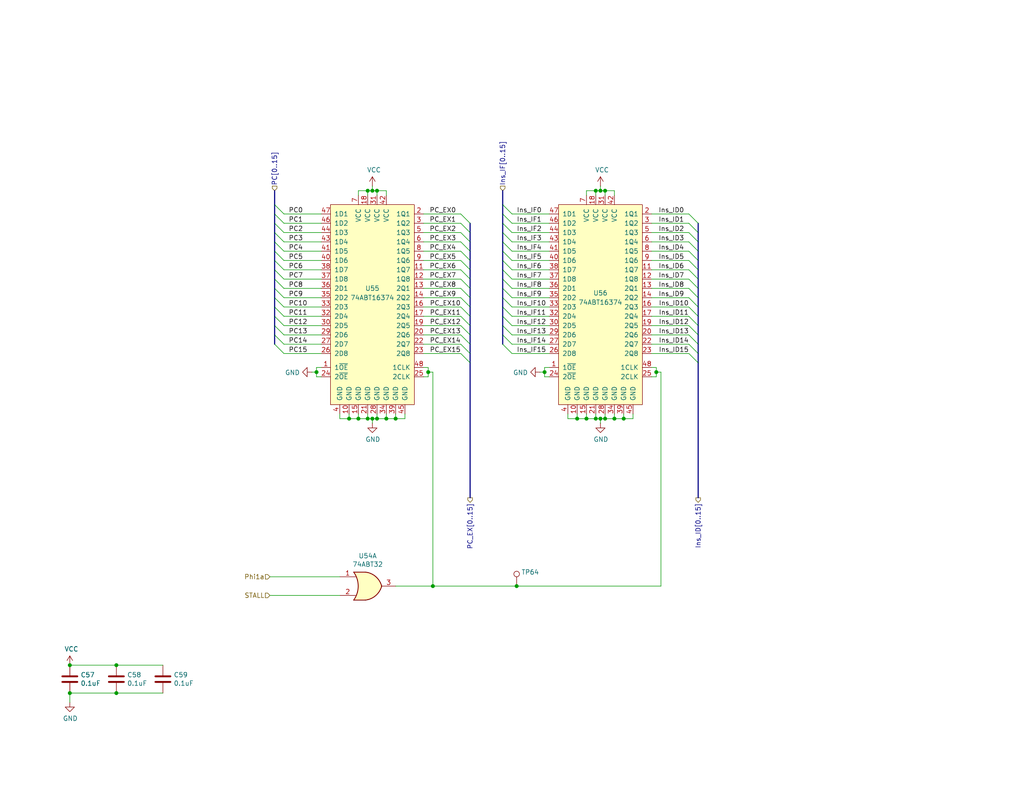
<source format=kicad_sch>
(kicad_sch (version 20250114) (generator "eeschema") (generator_version "9.0")
  (paper "USLetter")
  (title_block (title "IF/ID") (date "2025-07-01") (rev "A") (comment 4 "Interstage pipeline registers between IF and ID"))
  (lib_symbols
    (symbol "Connector:TestPoint" (pin_numbers (hide yes)) (pin_names (offset 0.762) (hide yes))
      (property "Reference" "TP" (at 0 6.858 0))
      (property "Value" "TestPoint" (at 0 5.08 0))
      (symbol "TestPoint_0_1"
        (circle (center 0 3.302) (radius 0.762))
      )
      (symbol "TestPoint_1_1"
        (pin passive line (at 0 0 90) (length 2.54) (name "1") (number "1"))
      )
    )
    (symbol "Device:C" (pin_numbers (hide yes)) (pin_names (offset 0.254))
      (property "Reference" "C" (at 0.635 2.54 0))
      (property "Value" "C" (at 0.635 -2.54 0))
      (symbol "C_0_1"
        (polyline (pts (xy -2.032 0.762) (xy 2.032 0.762)) (stroke (width 0.508)))
        (polyline (pts (xy -2.032 -0.762) (xy 2.032 -0.762)) (stroke (width 0.508)))
      )
      (symbol "C_1_1"
        (pin passive line (at 0 3.81 270) (length 2.794) (name "~") (number "1"))
        (pin passive line (at 0 -3.81 90) (length 2.794) (name "~") (number "2"))
      )
    )
    (symbol "Turtle16:74ABT16374" (pin_names (offset 1.016))
      (symbol "74ABT16374_0_0"
        (pin input line (at -13.97 21.59 0) (length 2.54) (name "1D1") (number "47"))
        (pin input line (at -13.97 19.05 0) (length 2.54) (name "1D2") (number "46"))
        (pin input line (at -13.97 16.51 0) (length 2.54) (name "1D3") (number "44"))
        (pin input line (at -13.97 13.97 0) (length 2.54) (name "1D4") (number "43"))
        (pin input line (at -13.97 11.43 0) (length 2.54) (name "1D5") (number "41"))
        (pin input line (at -13.97 8.89 0) (length 2.54) (name "1D6") (number "40"))
        (pin input line (at -13.97 6.35 0) (length 2.54) (name "1D7") (number "38"))
        (pin input line (at -13.97 3.81 0) (length 2.54) (name "1D8") (number "37"))
        (pin input line (at -13.97 1.27 0) (length 2.54) (name "2D1") (number "36"))
        (pin input line (at -13.97 -1.27 0) (length 2.54) (name "2D2") (number "35"))
        (pin input line (at -13.97 -3.81 0) (length 2.54) (name "2D3") (number "33"))
        (pin input line (at -13.97 -6.35 0) (length 2.54) (name "2D4") (number "32"))
        (pin input line (at -13.97 -8.89 0) (length 2.54) (name "2D5") (number "30"))
        (pin input line (at -13.97 -11.43 0) (length 2.54) (name "2D6") (number "29"))
        (pin input line (at -13.97 -13.97 0) (length 2.54) (name "2D7") (number "27"))
        (pin input line (at -13.97 -16.51 0) (length 2.54) (name "2D8") (number "26"))
        (pin input line (at -13.97 -20.32 0) (length 2.54) (name "1~{OE}") (number "1"))
        (pin input line (at -13.97 -22.86 0) (length 2.54) (name "2~{OE}") (number "24"))
        (pin power_in line (at -8.89 -33.02 90) (length 2.54) (name "GND") (number "4"))
        (pin power_in line (at -6.35 -33.02 90) (length 2.54) (name "GND") (number "10"))
        (pin power_in line (at -3.81 26.67 270) (length 2.54) (name "VCC") (number "7"))
        (pin power_in line (at -3.81 -33.02 90) (length 2.54) (name "GND") (number "15"))
        (pin power_in line (at -1.27 26.67 270) (length 2.54) (name "VCC") (number "18"))
        (pin power_in line (at -1.27 -33.02 90) (length 2.54) (name "GND") (number "21"))
        (pin power_in line (at 1.27 26.67 270) (length 2.54) (name "VCC") (number "31"))
        (pin power_in line (at 1.27 -33.02 90) (length 2.54) (name "GND") (number "28"))
        (pin power_in line (at 3.81 26.67 270) (length 2.54) (name "VCC") (number "42"))
        (pin power_in line (at 3.81 -33.02 90) (length 2.54) (name "GND") (number "34"))
        (pin power_in line (at 6.35 -33.02 90) (length 2.54) (name "GND") (number "39"))
        (pin power_in line (at 8.89 -33.02 90) (length 2.54) (name "GND") (number "45"))
        (pin tri_state line (at 13.97 21.59 180) (length 2.54) (name "1Q1") (number "2"))
        (pin tri_state line (at 13.97 19.05 180) (length 2.54) (name "1Q2") (number "3"))
        (pin tri_state line (at 13.97 16.51 180) (length 2.54) (name "1Q3") (number "5"))
        (pin tri_state line (at 13.97 13.97 180) (length 2.54) (name "1Q4") (number "6"))
        (pin tri_state line (at 13.97 11.43 180) (length 2.54) (name "1Q5") (number "8"))
        (pin tri_state line (at 13.97 8.89 180) (length 2.54) (name "1Q6") (number "9"))
        (pin tri_state line (at 13.97 6.35 180) (length 2.54) (name "1Q7") (number "11"))
        (pin tri_state line (at 13.97 3.81 180) (length 2.54) (name "1Q8") (number "12"))
        (pin tri_state line (at 13.97 1.27 180) (length 2.54) (name "2Q1") (number "13"))
        (pin tri_state line (at 13.97 -1.27 180) (length 2.54) (name "2Q2") (number "14"))
        (pin tri_state line (at 13.97 -3.81 180) (length 2.54) (name "2Q3") (number "16"))
        (pin tri_state line (at 13.97 -6.35 180) (length 2.54) (name "2Q4") (number "17"))
        (pin tri_state line (at 13.97 -8.89 180) (length 2.54) (name "2Q5") (number "19"))
        (pin tri_state line (at 13.97 -11.43 180) (length 2.54) (name "2Q6") (number "20"))
        (pin tri_state line (at 13.97 -13.97 180) (length 2.54) (name "2Q7") (number "22"))
        (pin tri_state line (at 13.97 -16.51 180) (length 2.54) (name "2Q8") (number "23"))
        (pin input line (at 13.97 -20.32 180) (length 2.54) (name "1CLK") (number "48"))
        (pin input line (at 13.97 -22.86 180) (length 2.54) (name "2CLK") (number "25"))
      )
      (symbol "74ABT16374_0_1"
        (rectangle (start -11.43 24.13) (end 11.43 -30.48) (fill (type background)))
      )
    )
    (symbol "Turtle16:74ABT32" (pin_names (offset 1.016))
      (property "Reference" "U" (at 0 1.27 0))
      (property "Value" "74ABT32" (at 0 -1.27 0))
      (symbol "74ABT32_1_1"
        (arc (start -3.81 3.81) (mid -2.589 0) (end -3.81 -3.81) (stroke (width 0.254)))
        (polyline (pts (xy -3.81 3.81) (xy -0.635 3.81)) (stroke (width 0.254)) (fill (type background)))
        (polyline (pts (xy -3.81 -3.81) (xy -0.635 -3.81)) (stroke (width 0.254)) (fill (type background)))
        (arc (start 3.81 0) (mid 2.1855 -2.584) (end -0.6096 -3.81) (stroke (width 0.254)) (fill (type background)))
        (arc (start -0.6096 3.81) (mid 2.1928 2.5924) (end 3.81 0) (stroke (width 0.254)) (fill (type background)))
        (polyline (pts (xy -0.635 3.81) (xy -3.81 3.81) (xy -3.81 3.81) (xy -3.556 3.4036) (xy -3.0226 2.2606) (xy -2.6924 1.0414) (xy -2.6162 -0.254) (xy -2.7686 -1.4986) (xy -3.175 -2.7178) (xy -3.81 -3.81) (xy -3.81 -3.81) (xy -0.635 -3.81)) (stroke (width -25.4)) (fill (type background)))
        (pin input line (at -7.62 2.54 0) (length 4.318) (name "~") (number "1"))
        (pin input line (at -7.62 -2.54 0) (length 4.318) (name "~") (number "2"))
        (pin output line (at 7.62 0 180) (length 3.81) (name "~") (number "3"))
      )
      (symbol "74ABT32_1_2"
        (arc (start 0 3.81) (mid 3.7934 0) (end 0 -3.81) (stroke (width 0.254)) (fill (type background)))
        (polyline (pts (xy 0 3.81) (xy -3.81 3.81) (xy -3.81 -3.81) (xy 0 -3.81)) (stroke (width 0.254)) (fill (type background)))
        (pin input inverted (at -7.62 2.54 0) (length 3.81) (name "~") (number "1"))
        (pin input inverted (at -7.62 -2.54 0) (length 3.81) (name "~") (number "2"))
        (pin output inverted (at 7.62 0 180) (length 3.81) (name "~") (number "3"))
      )
      (symbol "74ABT32_2_1"
        (arc (start -3.81 3.81) (mid -2.589 0) (end -3.81 -3.81) (stroke (width 0.254)))
        (polyline (pts (xy -3.81 3.81) (xy -0.635 3.81)) (stroke (width 0.254)) (fill (type background)))
        (polyline (pts (xy -3.81 -3.81) (xy -0.635 -3.81)) (stroke (width 0.254)) (fill (type background)))
        (arc (start 3.81 0) (mid 2.1855 -2.584) (end -0.6096 -3.81) (stroke (width 0.254)) (fill (type background)))
        (arc (start -0.6096 3.81) (mid 2.1928 2.5924) (end 3.81 0) (stroke (width 0.254)) (fill (type background)))
        (polyline (pts (xy -0.635 3.81) (xy -3.81 3.81) (xy -3.81 3.81) (xy -3.556 3.4036) (xy -3.0226 2.2606) (xy -2.6924 1.0414) (xy -2.6162 -0.254) (xy -2.7686 -1.4986) (xy -3.175 -2.7178) (xy -3.81 -3.81) (xy -3.81 -3.81) (xy -0.635 -3.81)) (stroke (width -25.4)) (fill (type background)))
        (pin input line (at -7.62 2.54 0) (length 4.318) (name "~") (number "4"))
        (pin input line (at -7.62 -2.54 0) (length 4.318) (name "~") (number "5"))
        (pin output line (at 7.62 0 180) (length 3.81) (name "~") (number "6"))
      )
      (symbol "74ABT32_2_2"
        (arc (start 0 3.81) (mid 3.7934 0) (end 0 -3.81) (stroke (width 0.254)) (fill (type background)))
        (polyline (pts (xy 0 3.81) (xy -3.81 3.81) (xy -3.81 -3.81) (xy 0 -3.81)) (stroke (width 0.254)) (fill (type background)))
        (pin input inverted (at -7.62 2.54 0) (length 3.81) (name "~") (number "4"))
        (pin input inverted (at -7.62 -2.54 0) (length 3.81) (name "~") (number "5"))
        (pin output inverted (at 7.62 0 180) (length 3.81) (name "~") (number "6"))
      )
      (symbol "74ABT32_3_1"
        (arc (start -3.81 3.81) (mid -2.589 0) (end -3.81 -3.81) (stroke (width 0.254)))
        (polyline (pts (xy -3.81 3.81) (xy -0.635 3.81)) (stroke (width 0.254)) (fill (type background)))
        (polyline (pts (xy -3.81 -3.81) (xy -0.635 -3.81)) (stroke (width 0.254)) (fill (type background)))
        (arc (start 3.81 0) (mid 2.1855 -2.584) (end -0.6096 -3.81) (stroke (width 0.254)) (fill (type background)))
        (arc (start -0.6096 3.81) (mid 2.1928 2.5924) (end 3.81 0) (stroke (width 0.254)) (fill (type background)))
        (polyline (pts (xy -0.635 3.81) (xy -3.81 3.81) (xy -3.81 3.81) (xy -3.556 3.4036) (xy -3.0226 2.2606) (xy -2.6924 1.0414) (xy -2.6162 -0.254) (xy -2.7686 -1.4986) (xy -3.175 -2.7178) (xy -3.81 -3.81) (xy -3.81 -3.81) (xy -0.635 -3.81)) (stroke (width -25.4)) (fill (type background)))
        (pin input line (at -7.62 2.54 0) (length 4.318) (name "~") (number "9"))
        (pin input line (at -7.62 -2.54 0) (length 4.318) (name "~") (number "10"))
        (pin output line (at 7.62 0 180) (length 3.81) (name "~") (number "8"))
      )
      (symbol "74ABT32_3_2"
        (arc (start 0 3.81) (mid 3.7934 0) (end 0 -3.81) (stroke (width 0.254)) (fill (type background)))
        (polyline (pts (xy 0 3.81) (xy -3.81 3.81) (xy -3.81 -3.81) (xy 0 -3.81)) (stroke (width 0.254)) (fill (type background)))
        (pin input inverted (at -7.62 2.54 0) (length 3.81) (name "~") (number "9"))
        (pin input inverted (at -7.62 -2.54 0) (length 3.81) (name "~") (number "10"))
        (pin output inverted (at 7.62 0 180) (length 3.81) (name "~") (number "8"))
      )
      (symbol "74ABT32_4_1"
        (arc (start -3.81 3.81) (mid -2.589 0) (end -3.81 -3.81) (stroke (width 0.254)))
        (polyline (pts (xy -3.81 3.81) (xy -0.635 3.81)) (stroke (width 0.254)) (fill (type background)))
        (polyline (pts (xy -3.81 -3.81) (xy -0.635 -3.81)) (stroke (width 0.254)) (fill (type background)))
        (arc (start 3.81 0) (mid 2.1855 -2.584) (end -0.6096 -3.81) (stroke (width 0.254)) (fill (type background)))
        (arc (start -0.6096 3.81) (mid 2.1928 2.5924) (end 3.81 0) (stroke (width 0.254)) (fill (type background)))
        (polyline (pts (xy -0.635 3.81) (xy -3.81 3.81) (xy -3.81 3.81) (xy -3.556 3.4036) (xy -3.0226 2.2606) (xy -2.6924 1.0414) (xy -2.6162 -0.254) (xy -2.7686 -1.4986) (xy -3.175 -2.7178) (xy -3.81 -3.81) (xy -3.81 -3.81) (xy -0.635 -3.81)) (stroke (width -25.4)) (fill (type background)))
        (pin input line (at -7.62 2.54 0) (length 4.318) (name "~") (number "12"))
        (pin input line (at -7.62 -2.54 0) (length 4.318) (name "~") (number "13"))
        (pin output line (at 7.62 0 180) (length 3.81) (name "~") (number "11"))
      )
      (symbol "74ABT32_4_2"
        (arc (start 0 3.81) (mid 3.7934 0) (end 0 -3.81) (stroke (width 0.254)) (fill (type background)))
        (polyline (pts (xy 0 3.81) (xy -3.81 3.81) (xy -3.81 -3.81) (xy 0 -3.81)) (stroke (width 0.254)) (fill (type background)))
        (pin input inverted (at -7.62 2.54 0) (length 3.81) (name "~") (number "12"))
        (pin input inverted (at -7.62 -2.54 0) (length 3.81) (name "~") (number "13"))
        (pin output inverted (at 7.62 0 180) (length 3.81) (name "~") (number "11"))
      )
      (symbol "74ABT32_5_0"
        (pin power_in line (at 0 12.7 270) (length 5.08) (name "VCC") (number "14"))
        (pin power_in line (at 0 -12.7 90) (length 5.08) (name "GND") (number "7"))
      )
      (symbol "74ABT32_5_1"
        (rectangle (start -5.08 7.62) (end 5.08 -7.62) (stroke (width 0.254)) (fill (type background)))
      )
    )
    (symbol "power:GND" (power) (pin_numbers (hide yes)) (pin_names (offset 0) (hide yes))
      (property "Value" "GND" (at 0 -3.81 0))
      (symbol "GND_0_1"
        (polyline (pts (xy 0 0) (xy 0 -1.27) (xy 1.27 -1.27) (xy 0 -2.54) (xy -1.27 -1.27) (xy 0 -1.27)))
      )
      (symbol "GND_1_1"
        (pin power_in line (at 0 0 270) (length 0) (name "~") (number "1"))
      )
    )
    (symbol "power:VCC" (power) (pin_numbers (hide yes)) (pin_names (offset 0) (hide yes))
      (property "Value" "VCC" (at 0 3.556 0))
      (symbol "VCC_0_1"
        (polyline (pts (xy -0.762 1.27) (xy 0 2.54)))
        (polyline (pts (xy 0 2.54) (xy 0.762 1.27)))
        (polyline (pts (xy 0 0) (xy 0 2.54)))
      )
      (symbol "VCC_1_1"
        (pin power_in line (at 0 0 90) (length 0) (name "~") (number "1"))
      )
    )
  )
  (junction (at 163.83 52.07))
  (junction (at 95.25 114.3))
  (junction (at 157.48 114.3))
  (junction (at 102.87 114.3))
  (junction (at -25.4 102.87))
  (junction (at 170.18 114.3))
  (junction (at 100.33 52.07))
  (junction (at 116.84 101.6))
  (junction (at 118.11 160.02))
  (junction (at 102.87 52.07))
  (junction (at 105.41 114.3))
  (junction (at 165.1 52.07))
  (junction (at -25.4 118.11))
  (junction (at -25.4 87.63))
  (junction (at 163.83 114.3))
  (junction (at 179.07 101.6))
  (junction (at 165.1 114.3))
  (junction (at 86.36 101.6))
  (junction (at 101.6 114.3))
  (junction (at 140.97 160.02))
  (junction (at -25.4 82.55))
  (junction (at -25.4 113.03))
  (junction (at 148.59 101.6))
  (junction (at 160.02 114.3))
  (junction (at 97.79 114.3))
  (junction (at 162.56 114.3))
  (junction (at 107.95 114.3))
  (junction (at 31.75 189.23))
  (junction (at 162.56 52.07))
  (junction (at 19.05 189.23))
  (junction (at 101.6 52.07))
  (junction (at -25.4 97.79))
  (junction (at 100.33 114.3))
  (junction (at 19.05 181.61))
  (junction (at 31.75 181.61))
  (junction (at 167.64 114.3))
  (no_connect (at -7.62 85.09))
  (no_connect (at -7.62 100.33))
  (no_connect (at -7.62 115.57))
  (bus_entry (at 74.93 68.58) (size 2.54 2.54))
  (bus_entry (at 125.73 88.9) (size 2.54 2.54))
  (bus_entry (at 137.16 63.5) (size 2.54 2.54))
  (bus_entry (at 74.93 86.36) (size 2.54 2.54))
  (bus_entry (at 137.16 76.2) (size 2.54 2.54))
  (bus_entry (at 74.93 63.5) (size 2.54 2.54))
  (bus_entry (at 125.73 66.04) (size 2.54 2.54))
  (bus_entry (at 74.93 93.98) (size 2.54 2.54))
  (bus_entry (at 74.93 66.04) (size 2.54 2.54))
  (bus_entry (at 137.16 71.12) (size 2.54 2.54))
  (bus_entry (at 74.93 55.88) (size 2.54 2.54))
  (bus_entry (at 187.96 63.5) (size 2.54 2.54))
  (bus_entry (at 187.96 78.74) (size 2.54 2.54))
  (bus_entry (at 125.73 73.66) (size 2.54 2.54))
  (bus_entry (at 187.96 68.58) (size 2.54 2.54))
  (bus_entry (at 125.73 96.52) (size 2.54 2.54))
  (bus_entry (at 125.73 58.42) (size 2.54 2.54))
  (bus_entry (at 137.16 81.28) (size 2.54 2.54))
  (bus_entry (at 187.96 93.98) (size 2.54 2.54))
  (bus_entry (at 125.73 91.44) (size 2.54 2.54))
  (bus_entry (at 137.16 55.88) (size 2.54 2.54))
  (bus_entry (at 125.73 71.12) (size 2.54 2.54))
  (bus_entry (at 137.16 60.96) (size 2.54 2.54))
  (bus_entry (at 74.93 58.42) (size 2.54 2.54))
  (bus_entry (at 137.16 83.82) (size 2.54 2.54))
  (bus_entry (at 125.73 76.2) (size 2.54 2.54))
  (bus_entry (at 125.73 78.74) (size 2.54 2.54))
  (bus_entry (at 125.73 81.28) (size 2.54 2.54))
  (bus_entry (at 137.16 66.04) (size 2.54 2.54))
  (bus_entry (at 74.93 60.96) (size 2.54 2.54))
  (bus_entry (at 137.16 88.9) (size 2.54 2.54))
  (bus_entry (at 74.93 91.44) (size 2.54 2.54))
  (bus_entry (at 187.96 66.04) (size 2.54 2.54))
  (bus_entry (at 137.16 91.44) (size 2.54 2.54))
  (bus_entry (at 125.73 68.58) (size 2.54 2.54))
  (bus_entry (at 187.96 96.52) (size 2.54 2.54))
  (bus_entry (at 187.96 58.42) (size 2.54 2.54))
  (bus_entry (at 137.16 58.42) (size 2.54 2.54))
  (bus_entry (at 137.16 73.66) (size 2.54 2.54))
  (bus_entry (at 187.96 86.36) (size 2.54 2.54))
  (bus_entry (at 187.96 71.12) (size 2.54 2.54))
  (bus_entry (at 74.93 81.28) (size 2.54 2.54))
  (bus_entry (at 74.93 73.66) (size 2.54 2.54))
  (bus_entry (at 137.16 78.74) (size 2.54 2.54))
  (bus_entry (at 187.96 88.9) (size 2.54 2.54))
  (bus_entry (at 74.93 76.2) (size 2.54 2.54))
  (bus_entry (at 187.96 91.44) (size 2.54 2.54))
  (bus_entry (at 137.16 68.58) (size 2.54 2.54))
  (bus_entry (at 187.96 76.2) (size 2.54 2.54))
  (bus_entry (at 74.93 78.74) (size 2.54 2.54))
  (bus_entry (at 74.93 88.9) (size 2.54 2.54))
  (bus_entry (at 137.16 86.36) (size 2.54 2.54))
  (bus_entry (at 187.96 73.66) (size 2.54 2.54))
  (bus_entry (at 137.16 93.98) (size 2.54 2.54))
  (bus_entry (at 125.73 93.98) (size 2.54 2.54))
  (bus_entry (at 74.93 71.12) (size 2.54 2.54))
  (bus_entry (at 187.96 81.28) (size 2.54 2.54))
  (bus_entry (at 125.73 63.5) (size 2.54 2.54))
  (bus_entry (at 125.73 83.82) (size 2.54 2.54))
  (bus_entry (at 125.73 60.96) (size 2.54 2.54))
  (bus_entry (at 187.96 83.82) (size 2.54 2.54))
  (bus_entry (at 74.93 83.82) (size 2.54 2.54))
  (bus_entry (at 125.73 86.36) (size 2.54 2.54))
  (bus_entry (at 187.96 60.96) (size 2.54 2.54))
  (wire (pts (xy 139.7 66.04) (xy 149.86 66.04)))
  (wire (pts (xy 187.96 93.98) (xy 177.8 93.98)))
  (wire (pts (xy 139.7 73.66) (xy 149.86 73.66)))
  (wire (pts (xy 187.96 68.58) (xy 177.8 68.58)))
  (wire (pts (xy 179.07 101.6) (xy 180.34 101.6)))
  (bus (pts (xy 74.93 91.44) (xy 74.93 93.98)))
  (bus (pts (xy 128.27 73.66) (xy 128.27 76.2)))
  (wire (pts (xy 160.02 113.03) (xy 160.02 114.3)))
  (wire (pts (xy -22.86 113.03) (xy -25.4 113.03)))
  (wire (pts (xy 125.73 60.96) (xy 115.57 60.96)))
  (wire (pts (xy 187.96 88.9) (xy 177.8 88.9)))
  (wire (pts (xy 101.6 114.3) (xy 102.87 114.3)))
  (bus (pts (xy 137.16 76.2) (xy 137.16 78.74)))
  (wire (pts (xy -22.86 118.11) (xy -25.4 118.11)))
  (wire (pts (xy -25.4 97.79) (xy -25.4 102.87)))
  (bus (pts (xy 128.27 83.82) (xy 128.27 86.36)))
  (wire (pts (xy 187.96 58.42) (xy 177.8 58.42)))
  (wire (pts (xy 100.33 113.03) (xy 100.33 114.3)))
  (bus (pts (xy 74.93 66.04) (xy 74.93 68.58)))
  (wire (pts (xy 97.79 113.03) (xy 97.79 114.3)))
  (wire (pts (xy 31.75 189.23) (xy 19.05 189.23)))
  (bus (pts (xy 190.5 68.58) (xy 190.5 71.12)))
  (wire (pts (xy 187.96 83.82) (xy 177.8 83.82)))
  (bus (pts (xy 137.16 52.07) (xy 137.16 55.88)))
  (bus (pts (xy 137.16 63.5) (xy 137.16 66.04)))
  (wire (pts (xy 139.7 76.2) (xy 149.86 76.2)))
  (wire (pts (xy 165.1 113.03) (xy 165.1 114.3)))
  (bus (pts (xy 137.16 66.04) (xy 137.16 68.58)))
  (bus (pts (xy 74.93 68.58) (xy 74.93 71.12)))
  (bus (pts (xy 190.5 78.74) (xy 190.5 81.28)))
  (bus (pts (xy 190.5 71.12) (xy 190.5 73.66)))
  (wire (pts (xy -25.4 80.01) (xy -25.4 82.55)))
  (wire (pts (xy 163.83 114.3) (xy 163.83 115.57)))
  (wire (pts (xy 77.47 60.96) (xy 87.63 60.96)))
  (wire (pts (xy 77.47 68.58) (xy 87.63 68.58)))
  (wire (pts (xy 187.96 81.28) (xy 177.8 81.28)))
  (bus (pts (xy 137.16 58.42) (xy 137.16 60.96)))
  (bus (pts (xy 137.16 55.88) (xy 137.16 58.42)))
  (wire (pts (xy 157.48 114.3) (xy 160.02 114.3)))
  (wire (pts (xy 125.73 96.52) (xy 115.57 96.52)))
  (wire (pts (xy 77.47 86.36) (xy 87.63 86.36)))
  (wire (pts (xy 105.41 114.3) (xy 107.95 114.3)))
  (bus (pts (xy 74.93 55.88) (xy 74.93 58.42)))
  (bus (pts (xy 74.93 71.12) (xy 74.93 73.66)))
  (wire (pts (xy 157.48 113.03) (xy 157.48 114.3)))
  (wire (pts (xy 148.59 100.33) (xy 148.59 101.6)))
  (wire (pts (xy 179.07 101.6) (xy 179.07 102.87)))
  (wire (pts (xy 148.59 101.6) (xy 147.32 101.6)))
  (wire (pts (xy 102.87 114.3) (xy 105.41 114.3)))
  (wire (pts (xy 163.83 114.3) (xy 165.1 114.3)))
  (wire (pts (xy 125.73 78.74) (xy 115.57 78.74)))
  (wire (pts (xy 125.73 93.98) (xy 115.57 93.98)))
  (bus (pts (xy 190.5 93.98) (xy 190.5 96.52)))
  (wire (pts (xy 160.02 52.07) (xy 162.56 52.07)))
  (bus (pts (xy 128.27 78.74) (xy 128.27 81.28)))
  (wire (pts (xy 77.47 66.04) (xy 87.63 66.04)))
  (wire (pts (xy 165.1 52.07) (xy 167.64 52.07)))
  (wire (pts (xy 92.71 114.3) (xy 95.25 114.3)))
  (wire (pts (xy 139.7 83.82) (xy 149.86 83.82)))
  (wire (pts (xy 116.84 100.33) (xy 116.84 101.6)))
  (bus (pts (xy 137.16 83.82) (xy 137.16 86.36)))
  (wire (pts (xy 187.96 63.5) (xy 177.8 63.5)))
  (wire (pts (xy 92.71 162.56) (xy 73.66 162.56)))
  (bus (pts (xy 74.93 63.5) (xy 74.93 66.04)))
  (wire (pts (xy -22.86 87.63) (xy -25.4 87.63)))
  (bus (pts (xy 137.16 71.12) (xy 137.16 73.66)))
  (wire (pts (xy 77.47 78.74) (xy 87.63 78.74)))
  (wire (pts (xy 139.7 68.58) (xy 149.86 68.58)))
  (bus (pts (xy 128.27 96.52) (xy 128.27 99.06)))
  (wire (pts (xy 97.79 53.34) (xy 97.79 52.07)))
  (bus (pts (xy 137.16 60.96) (xy 137.16 63.5)))
  (wire (pts (xy 116.84 101.6) (xy 118.11 101.6)))
  (wire (pts (xy 163.83 50.8) (xy 163.83 52.07)))
  (wire (pts (xy 163.83 52.07) (xy 165.1 52.07)))
  (wire (pts (xy 100.33 53.34) (xy 100.33 52.07)))
  (bus (pts (xy 74.93 86.36) (xy 74.93 88.9)))
  (wire (pts (xy 100.33 52.07) (xy 101.6 52.07)))
  (wire (pts (xy 77.47 71.12) (xy 87.63 71.12)))
  (wire (pts (xy 31.75 181.61) (xy 44.45 181.61)))
  (bus (pts (xy 137.16 73.66) (xy 137.16 76.2)))
  (wire (pts (xy 125.73 81.28) (xy 115.57 81.28)))
  (bus (pts (xy 74.93 88.9) (xy 74.93 91.44)))
  (wire (pts (xy 139.7 58.42) (xy 149.86 58.42)))
  (wire (pts (xy 125.73 88.9) (xy 115.57 88.9)))
  (wire (pts (xy 110.49 114.3) (xy 110.49 113.03)))
  (bus (pts (xy 74.93 58.42) (xy 74.93 60.96)))
  (wire (pts (xy 77.47 58.42) (xy 87.63 58.42)))
  (wire (pts (xy 165.1 53.34) (xy 165.1 52.07)))
  (wire (pts (xy 149.86 100.33) (xy 148.59 100.33)))
  (bus (pts (xy 128.27 60.96) (xy 128.27 63.5)))
  (wire (pts (xy 125.73 58.42) (xy 115.57 58.42)))
  (bus (pts (xy 74.93 78.74) (xy 74.93 81.28)))
  (wire (pts (xy 187.96 96.52) (xy 177.8 96.52)))
  (wire (pts (xy 77.47 83.82) (xy 87.63 83.82)))
  (bus (pts (xy 190.5 73.66) (xy 190.5 76.2)))
  (wire (pts (xy 101.6 50.8) (xy 101.6 52.07)))
  (wire (pts (xy 139.7 81.28) (xy 149.86 81.28)))
  (wire (pts (xy 97.79 114.3) (xy 100.33 114.3)))
  (bus (pts (xy 190.5 91.44) (xy 190.5 93.98)))
  (wire (pts (xy -22.86 102.87) (xy -25.4 102.87)))
  (bus (pts (xy 128.27 71.12) (xy 128.27 73.66)))
  (bus (pts (xy 128.27 86.36) (xy 128.27 88.9)))
  (bus (pts (xy 190.5 88.9) (xy 190.5 91.44)))
  (wire (pts (xy 77.47 81.28) (xy 87.63 81.28)))
  (wire (pts (xy 140.97 160.02) (xy 180.34 160.02)))
  (wire (pts (xy 100.33 114.3) (xy 101.6 114.3)))
  (wire (pts (xy 139.7 86.36) (xy 149.86 86.36)))
  (bus (pts (xy 128.27 99.06) (xy 128.27 135.89)))
  (wire (pts (xy 139.7 91.44) (xy 149.86 91.44)))
  (wire (pts (xy 101.6 114.3) (xy 101.6 115.57)))
  (bus (pts (xy 190.5 76.2) (xy 190.5 78.74)))
  (wire (pts (xy 148.59 102.87) (xy 149.86 102.87)))
  (wire (pts (xy 162.56 114.3) (xy 163.83 114.3)))
  (wire (pts (xy 125.73 86.36) (xy 115.57 86.36)))
  (wire (pts (xy 170.18 114.3) (xy 172.72 114.3)))
  (wire (pts (xy 125.73 66.04) (xy 115.57 66.04)))
  (wire (pts (xy 187.96 71.12) (xy 177.8 71.12)))
  (wire (pts (xy 86.36 102.87) (xy 87.63 102.87)))
  (wire (pts (xy 86.36 100.33) (xy 86.36 101.6)))
  (wire (pts (xy 139.7 96.52) (xy 149.86 96.52)))
  (wire (pts (xy 187.96 76.2) (xy 177.8 76.2)))
  (wire (pts (xy 154.94 113.03) (xy 154.94 114.3)))
  (bus (pts (xy 137.16 81.28) (xy 137.16 83.82)))
  (wire (pts (xy 139.7 88.9) (xy 149.86 88.9)))
  (bus (pts (xy 137.16 88.9) (xy 137.16 91.44)))
  (wire (pts (xy 125.73 63.5) (xy 115.57 63.5)))
  (wire (pts (xy 167.64 113.03) (xy 167.64 114.3)))
  (wire (pts (xy 77.47 76.2) (xy 87.63 76.2)))
  (wire (pts (xy 187.96 86.36) (xy 177.8 86.36)))
  (wire (pts (xy 86.36 101.6) (xy 86.36 102.87)))
  (wire (pts (xy 125.73 68.58) (xy 115.57 68.58)))
  (wire (pts (xy 187.96 66.04) (xy 177.8 66.04)))
  (wire (pts (xy 77.47 96.52) (xy 87.63 96.52)))
  (wire (pts (xy 167.64 114.3) (xy 170.18 114.3)))
  (bus (pts (xy 128.27 93.98) (xy 128.27 96.52)))
  (wire (pts (xy 118.11 160.02) (xy 140.97 160.02)))
  (wire (pts (xy 97.79 52.07) (xy 100.33 52.07)))
  (bus (pts (xy 137.16 68.58) (xy 137.16 71.12)))
  (wire (pts (xy 180.34 160.02) (xy 180.34 101.6)))
  (wire (pts (xy -22.86 97.79) (xy -25.4 97.79)))
  (wire (pts (xy 92.71 113.03) (xy 92.71 114.3)))
  (wire (pts (xy 95.25 113.03) (xy 95.25 114.3)))
  (bus (pts (xy 190.5 63.5) (xy 190.5 66.04)))
  (bus (pts (xy 190.5 81.28) (xy 190.5 83.82)))
  (wire (pts (xy 125.73 76.2) (xy 115.57 76.2)))
  (wire (pts (xy 139.7 93.98) (xy 149.86 93.98)))
  (wire (pts (xy 77.47 91.44) (xy 87.63 91.44)))
  (bus (pts (xy 74.93 73.66) (xy 74.93 76.2)))
  (bus (pts (xy 190.5 86.36) (xy 190.5 88.9)))
  (bus (pts (xy 190.5 60.96) (xy 190.5 63.5)))
  (wire (pts (xy 101.6 52.07) (xy 102.87 52.07)))
  (wire (pts (xy 92.71 157.48) (xy 73.66 157.48)))
  (wire (pts (xy 125.73 83.82) (xy 115.57 83.82)))
  (bus (pts (xy 128.27 81.28) (xy 128.27 83.82)))
  (wire (pts (xy 115.57 100.33) (xy 116.84 100.33)))
  (wire (pts (xy 179.07 102.87) (xy 177.8 102.87)))
  (wire (pts (xy 77.47 63.5) (xy 87.63 63.5)))
  (bus (pts (xy 128.27 76.2) (xy 128.27 78.74)))
  (bus (pts (xy 128.27 66.04) (xy 128.27 68.58)))
  (wire (pts (xy 187.96 91.44) (xy 177.8 91.44)))
  (bus (pts (xy 190.5 66.04) (xy 190.5 68.58)))
  (wire (pts (xy 102.87 52.07) (xy 105.41 52.07)))
  (wire (pts (xy 125.73 91.44) (xy 115.57 91.44)))
  (wire (pts (xy 107.95 114.3) (xy 110.49 114.3)))
  (wire (pts (xy 107.95 113.03) (xy 107.95 114.3)))
  (bus (pts (xy 137.16 91.44) (xy 137.16 93.98)))
  (wire (pts (xy 139.7 71.12) (xy 149.86 71.12)))
  (wire (pts (xy 172.72 114.3) (xy 172.72 113.03)))
  (wire (pts (xy 187.96 73.66) (xy 177.8 73.66)))
  (wire (pts (xy 19.05 181.61) (xy 31.75 181.61)))
  (wire (pts (xy 77.47 88.9) (xy 87.63 88.9)))
  (wire (pts (xy 86.36 101.6) (xy 85.09 101.6)))
  (bus (pts (xy 190.5 83.82) (xy 190.5 86.36)))
  (bus (pts (xy 128.27 91.44) (xy 128.27 93.98)))
  (bus (pts (xy 137.16 86.36) (xy 137.16 88.9)))
  (wire (pts (xy 148.59 101.6) (xy 148.59 102.87)))
  (wire (pts (xy 167.64 52.07) (xy 167.64 53.34)))
  (wire (pts (xy 118.11 160.02) (xy 107.95 160.02)))
  (wire (pts (xy 187.96 78.74) (xy 177.8 78.74)))
  (wire (pts (xy 125.73 71.12) (xy 115.57 71.12)))
  (wire (pts (xy 77.47 93.98) (xy 87.63 93.98)))
  (wire (pts (xy 139.7 60.96) (xy 149.86 60.96)))
  (wire (pts (xy 95.25 114.3) (xy 97.79 114.3)))
  (wire (pts (xy 160.02 114.3) (xy 162.56 114.3)))
  (wire (pts (xy -25.4 118.11) (xy -25.4 124.46)))
  (wire (pts (xy 179.07 100.33) (xy 179.07 101.6)))
  (wire (pts (xy 187.96 60.96) (xy 177.8 60.96)))
  (wire (pts (xy 139.7 78.74) (xy 149.86 78.74)))
  (bus (pts (xy 137.16 78.74) (xy 137.16 81.28)))
  (bus (pts (xy 74.93 81.28) (xy 74.93 83.82)))
  (wire (pts (xy 102.87 53.34) (xy 102.87 52.07)))
  (wire (pts (xy 139.7 63.5) (xy 149.86 63.5)))
  (wire (pts (xy 160.02 53.34) (xy 160.02 52.07)))
  (wire (pts (xy 162.56 53.34) (xy 162.56 52.07)))
  (bus (pts (xy 128.27 63.5) (xy 128.27 66.04)))
  (wire (pts (xy 165.1 114.3) (xy 167.64 114.3)))
  (bus (pts (xy 128.27 88.9) (xy 128.27 91.44)))
  (wire (pts (xy 87.63 100.33) (xy 86.36 100.33)))
  (wire (pts (xy 162.56 113.03) (xy 162.56 114.3)))
  (bus (pts (xy 190.5 96.52) (xy 190.5 99.06)))
  (wire (pts (xy -25.4 87.63) (xy -25.4 97.79)))
  (bus (pts (xy 74.93 52.07) (xy 74.93 55.88)))
  (bus (pts (xy 190.5 99.06) (xy 190.5 135.89)))
  (bus (pts (xy 74.93 60.96) (xy 74.93 63.5)))
  (wire (pts (xy -25.4 113.03) (xy -25.4 118.11)))
  (wire (pts (xy 125.73 73.66) (xy 115.57 73.66)))
  (wire (pts (xy -25.4 102.87) (xy -25.4 113.03)))
  (wire (pts (xy 105.41 52.07) (xy 105.41 53.34)))
  (wire (pts (xy 170.18 113.03) (xy 170.18 114.3)))
  (wire (pts (xy -25.4 82.55) (xy -25.4 87.63)))
  (wire (pts (xy 177.8 100.33) (xy 179.07 100.33)))
  (wire (pts (xy 162.56 52.07) (xy 163.83 52.07)))
  (bus (pts (xy 74.93 83.82) (xy 74.93 86.36)))
  (wire (pts (xy 19.05 191.77) (xy 19.05 189.23)))
  (wire (pts (xy 116.84 101.6) (xy 116.84 102.87)))
  (wire (pts (xy 118.11 101.6) (xy 118.11 160.02)))
  (bus (pts (xy 128.27 68.58) (xy 128.27 71.12)))
  (wire (pts (xy 116.84 102.87) (xy 115.57 102.87)))
  (wire (pts (xy 44.45 189.23) (xy 31.75 189.23)))
  (wire (pts (xy 102.87 113.03) (xy 102.87 114.3)))
  (wire (pts (xy 105.41 113.03) (xy 105.41 114.3)))
  (wire (pts (xy 154.94 114.3) (xy 157.48 114.3)))
  (wire (pts (xy 77.47 73.66) (xy 87.63 73.66)))
  (bus (pts (xy 74.93 76.2) (xy 74.93 78.74)))
  (wire (pts (xy -22.86 82.55) (xy -25.4 82.55)))
  (label "Ins_IF3" (at 140.97 66.04 0))
  (label "Ins_IF4" (at 140.97 68.58 0))
  (label "PC_EX1" (at 124.46 60.96 180))
  (label "Ins_ID3" (at 186.69 66.04 180))
  (label "PC_EX13" (at 125.73 91.44 180))
  (label "PC6" (at 78.74 73.66 0))
  (label "PC_EX7" (at 124.46 76.2 180))
  (label "PC_EX8" (at 124.46 78.74 180))
  (label "PC_EX5" (at 124.46 71.12 180))
  (label "PC10" (at 78.74 83.82 0))
  (label "Ins_ID0" (at 186.69 58.42 180))
  (label "Ins_IF9" (at 140.97 81.28 0))
  (label "Ins_IF1" (at 140.97 60.96 0))
  (label "PC_EX2" (at 124.46 63.5 180))
  (label "Ins_IF8" (at 140.97 78.74 0))
  (label "Ins_ID6" (at 186.69 73.66 180))
  (label "PC_EX15" (at 125.73 96.52 180))
  (label "PC_EX12" (at 125.73 88.9 180))
  (label "PC13" (at 78.74 91.44 0))
  (label "PC_EX6" (at 124.46 73.66 180))
  (label "Ins_ID2" (at 186.69 63.5 180))
  (label "PC9" (at 78.74 81.28 0))
  (label "PC3" (at 78.74 66.04 0))
  (label "Ins_IF13" (at 140.97 91.44 0))
  (label "PC12" (at 78.74 88.9 0))
  (label "Ins_ID15" (at 187.96 96.52 180))
  (label "PC8" (at 78.74 78.74 0))
  (label "Ins_ID11" (at 187.96 86.36 180))
  (label "PC2" (at 78.74 63.5 0))
  (label "Ins_ID9" (at 186.69 81.28 180))
  (label "Ins_ID7" (at 186.69 76.2 180))
  (label "Ins_IF6" (at 140.97 73.66 0))
  (label "Ins_IF12" (at 140.97 88.9 0))
  (label "PC11" (at 78.74 86.36 0))
  (label "PC7" (at 78.74 76.2 0))
  (label "PC0" (at 78.74 58.42 0))
  (label "Ins_ID14" (at 187.96 93.98 180))
  (label "PC1" (at 78.74 60.96 0))
  (label "Ins_ID10" (at 187.96 83.82 180))
  (label "PC_EX4" (at 124.46 68.58 180))
  (label "Ins_IF11" (at 140.97 86.36 0))
  (label "Ins_ID5" (at 186.69 71.12 180))
  (label "Ins_IF14" (at 140.97 93.98 0))
  (label "Ins_ID13" (at 187.96 91.44 180))
  (label "Ins_IF5" (at 140.97 71.12 0))
  (label "PC_EX9" (at 124.46 81.28 180))
  (label "PC4" (at 78.74 68.58 0))
  (label "Ins_ID4" (at 186.69 68.58 180))
  (label "PC_EX14" (at 125.73 93.98 180))
  (label "Ins_IF15" (at 140.97 96.52 0))
  (label "Ins_IF2" (at 140.97 63.5 0))
  (label "Ins_IF0" (at 140.97 58.42 0))
  (label "Ins_IF7" (at 140.97 76.2 0))
  (label "PC_EX10" (at 125.73 83.82 180))
  (label "Ins_IF10" (at 140.97 83.82 0))
  (label "PC14" (at 78.74 93.98 0))
  (label "Ins_ID8" (at 186.69 78.74 180))
  (label "PC15" (at 78.74 96.52 0))
  (label "PC5" (at 78.74 71.12 0))
  (label "Ins_ID1" (at 186.69 60.96 180))
  (label "Ins_ID12" (at 187.96 88.9 180))
  (label "PC_EX3" (at 124.46 66.04 180))
  (label "PC_EX11" (at 125.73 86.36 180))
  (label "PC_EX0" (at 124.46 58.42 180))
  (hierarchical_label "Ins_IF[0..15]" (shape input) (at 137.16 52.07 90))
  (hierarchical_label "Phi1a" (shape input) (at 73.66 157.48 180))
  (hierarchical_label "STALL" (shape input) (at 73.66 162.56 180))
  (hierarchical_label "PC[0..15]" (shape input) (at 74.93 52.07 90))
  (hierarchical_label "PC_EX[0..15]" (shape output) (at 128.27 135.89 270))
  (hierarchical_label "Ins_ID[0..15]" (shape output) (at 190.5 135.89 270))
  (symbol (lib_id "power:GND") (at 85.09 101.6 270) (unit 1)
    (property "Reference" "#PWR026" (effects (hide yes)))
    (property "Value" "GND" (at 81.8388 101.727 90) (effects (justify right)))
    (property "Description" "Power symbol creates a global label with name \"GND\" , ground" (effects (hide yes)))
  )
  (symbol (lib_id "power:VCC") (at 101.6 50.8 0) (unit 1)
    (property "Reference" "#PWR027" (effects (hide yes)))
    (property "Value" "VCC" (at 102.0318 46.4058 0))
    (property "Description" "Power symbol creates a global label with name \"VCC\"" (effects (hide yes)))
  )
  (symbol (lib_id "Device:C") (at 19.05 185.42 0) (unit 1)
    (property "Reference" "C57" (at 21.971 184.2516 0) (effects (justify left)))
    (property "Value" "0.1uF" (at 21.971 186.563 0) (effects (justify left)))
    (property "Footprint" "Capacitor_SMD:C_0603_1608Metric" (effects (hide yes)))
    (property "Datasheet" "https://www.mouser.com/datasheet/2/396/taiyo_yuden_12132018_mlcc11_hq_e-1510082.pdf" (effects (hide yes)))
    (property "Manufacturer" "Taiyo Yuden" (effects (hide yes)))
    (property "Manufacturer#" "EMK107B7104KAHT" (effects (hide yes)))
    (property "Mouser#" "963-EMK107B7104KAHT" (effects (hide yes)))
    (property "Digikey#" "587-6004-1-ND" (effects (hide yes)))
  )
  (symbol (lib_id "Device:C") (at 31.75 185.42 0) (unit 1)
    (property "Reference" "C58" (at 34.671 184.2516 0) (effects (justify left)))
    (property "Value" "0.1uF" (at 34.671 186.563 0) (effects (justify left)))
    (property "Footprint" "Capacitor_SMD:C_0603_1608Metric" (effects (hide yes)))
    (property "Datasheet" "https://www.mouser.com/datasheet/2/396/taiyo_yuden_12132018_mlcc11_hq_e-1510082.pdf" (effects (hide yes)))
    (property "Manufacturer" "Taiyo Yuden" (effects (hide yes)))
    (property "Manufacturer#" "EMK107B7104KAHT" (effects (hide yes)))
    (property "Mouser#" "963-EMK107B7104KAHT" (effects (hide yes)))
    (property "Digikey#" "587-6004-1-ND" (effects (hide yes)))
  )
  (symbol (lib_id "power:VCC") (at 19.05 181.61 0) (unit 1)
    (property "Reference" "#PWR024" (effects (hide yes)))
    (property "Value" "VCC" (at 19.4818 177.2158 0))
    (property "Description" "Power symbol creates a global label with name \"VCC\"" (effects (hide yes)))
  )
  (symbol (lib_id "power:GND") (at 19.05 191.77 0) (unit 1)
    (property "Reference" "#PWR025" (effects (hide yes)))
    (property "Value" "GND" (at 19.177 196.1642 0))
    (property "Description" "Power symbol creates a global label with name \"GND\" , ground" (effects (hide yes)))
  )
  (symbol (lib_id "power:GND") (at 147.32 101.6 270) (unit 1)
    (property "Reference" "#PWR029" (effects (hide yes)))
    (property "Value" "GND" (at 144.0688 101.727 90) (effects (justify right)))
    (property "Description" "Power symbol creates a global label with name \"GND\" , ground" (effects (hide yes)))
  )
  (symbol (lib_id "power:GND") (at 101.6 115.57 0) (unit 1)
    (property "Reference" "#PWR028" (effects (hide yes)))
    (property "Value" "GND" (at 101.727 119.9642 0))
    (property "Description" "Power symbol creates a global label with name \"GND\" , ground" (effects (hide yes)))
  )
  (symbol (lib_id "Device:C") (at 44.45 185.42 0) (unit 1)
    (property "Reference" "C59" (at 47.371 184.2516 0) (effects (justify left)))
    (property "Value" "0.1uF" (at 47.371 186.563 0) (effects (justify left)))
    (property "Footprint" "Capacitor_SMD:C_0603_1608Metric" (effects (hide yes)))
    (property "Datasheet" "https://www.mouser.com/datasheet/2/396/taiyo_yuden_12132018_mlcc11_hq_e-1510082.pdf" (effects (hide yes)))
    (property "Manufacturer" "Taiyo Yuden" (effects (hide yes)))
    (property "Manufacturer#" "EMK107B7104KAHT" (effects (hide yes)))
    (property "Mouser#" "963-EMK107B7104KAHT" (effects (hide yes)))
    (property "Digikey#" "587-6004-1-ND" (effects (hide yes)))
  )
  (symbol (lib_id "power:VCC") (at -25.4 80.01 0) (unit 1)
    (property "Reference" "#PWR022" (effects (hide yes)))
    (property "Value" "VCC" (at -24.9682 75.6158 0))
    (property "Description" "Power symbol creates a global label with name \"VCC\"" (effects (hide yes)))
  )
  (symbol (lib_id "power:GND") (at -25.4 149.86 0) (unit 1)
    (property "Reference" "#PWR023" (effects (hide yes)))
    (property "Value" "GND" (at -25.273 154.2542 0))
    (property "Description" "Power symbol creates a global label with name \"GND\" , ground" (effects (hide yes)))
  )
  (symbol (lib_id "Turtle16:74ABT16374") (at 101.6 80.01 0) (unit 1)
    (property "Reference" "U55" (at 101.6 78.74 0))
    (property "Value" "74ABT16374" (at 101.6 81.28 0))
    (property "Footprint" "Package_SO:TSSOP-48_6.1x12.5mm_P0.5mm" (effects (hide yes)))
    (property "Datasheet" "https://www.ti.com/general/docs/suppproductinfo.tsp?distId=26&gotoUrl=https://www.ti.com/lit/gpn/sn74abt16374a" (effects (hide yes)))
    (property "Manufacturer" "Texas Instruments" (effects (hide yes)))
    (property "Manufacturer#" "SN74ABT16374ADGGR" (effects (hide yes)))
    (property "Mouser#" "595-SNABT16374ADGGR" (effects (hide yes)))
    (property "Digikey#" "296-3900-1-ND" (effects (hide yes)))
  )
  (symbol (lib_id "power:VCC") (at 163.83 50.8 0) (unit 1)
    (property "Reference" "#PWR030" (effects (hide yes)))
    (property "Value" "VCC" (at 164.2618 46.4058 0))
    (property "Description" "Power symbol creates a global label with name \"VCC\"" (effects (hide yes)))
  )
  (symbol (lib_id "power:GND") (at 163.83 115.57 0) (unit 1)
    (property "Reference" "#PWR031" (effects (hide yes)))
    (property "Value" "GND" (at 163.957 119.9642 0))
    (property "Description" "Power symbol creates a global label with name \"GND\" , ground" (effects (hide yes)))
  )
  (symbol (lib_id "Turtle16:74ABT16374") (at 163.83 80.01 0) (unit 1)
    (property "Reference" "U56" (at 163.83 80.01 0))
    (property "Value" "74ABT16374" (at 163.83 82.55 0))
    (property "Footprint" "Package_SO:TSSOP-48_6.1x12.5mm_P0.5mm" (effects (hide yes)))
    (property "Datasheet" "https://www.ti.com/general/docs/suppproductinfo.tsp?distId=26&gotoUrl=https://www.ti.com/lit/gpn/sn74abt16374a" (effects (hide yes)))
    (property "Manufacturer" "Texas Instruments" (effects (hide yes)))
    (property "Manufacturer#" "SN74ABT16374ADGGR" (effects (hide yes)))
    (property "Mouser#" "595-SNABT16374ADGGR" (effects (hide yes)))
    (property "Digikey#" "296-3900-1-ND" (effects (hide yes)))
  )
  (symbol (lib_id "Turtle16:74ABT32") (at 100.33 160.02 0) (unit 1)
    (property "Reference" "U54" (at 100.33 151.765 0))
    (property "Value" "74ABT32" (at 100.33 154.0764 0))
    (property "Footprint" "Package_SO:TSSOP-14_4.4x5mm_P0.65mm" (effects (hide yes)))
    (property "Datasheet" "https://www.mouser.com/datasheet/2/916/74ABT32-2937354.pdf" (effects (hide yes)))
    (property "Manufacturer" "Nexperia" (effects (hide yes)))
    (property "Manufacturer#" "74ABT32PW,118" (effects (hide yes)))
    (property "Mouser#" "771-ABT32PW118" (effects (hide yes)))
    (property "Digikey#" "1727-6509-1-ND" (effects (hide yes)))
  )
  (symbol (lib_id "Turtle16:74ABT32") (at -15.24 85.09 0) (unit 2)
    (property "Reference" "U54" (at -15.24 76.835 0))
    (property "Value" "74ABT32" (at -15.24 79.1464 0))
    (property "Footprint" "Package_SO:TSSOP-14_4.4x5mm_P0.65mm" (effects (hide yes)))
    (property "Datasheet" "https://www.mouser.com/datasheet/2/916/74ABT32-2937354.pdf" (effects (hide yes)))
    (property "Manufacturer" "Nexperia" (effects (hide yes)))
    (property "Manufacturer#" "74ABT32PW,118" (effects (hide yes)))
    (property "Mouser#" "771-ABT32PW118" (effects (hide yes)))
    (property "Digikey#" "1727-6509-1-ND" (effects (hide yes)))
  )
  (symbol (lib_id "Turtle16:74ABT32") (at -15.24 100.33 0) (unit 3)
    (property "Reference" "U54" (at -15.24 92.075 0))
    (property "Value" "74ABT32" (at -15.24 94.3864 0))
    (property "Footprint" "Package_SO:TSSOP-14_4.4x5mm_P0.65mm" (effects (hide yes)))
    (property "Datasheet" "https://www.mouser.com/datasheet/2/916/74ABT32-2937354.pdf" (effects (hide yes)))
    (property "Manufacturer" "Nexperia" (effects (hide yes)))
    (property "Manufacturer#" "74ABT32PW,118" (effects (hide yes)))
    (property "Mouser#" "771-ABT32PW118" (effects (hide yes)))
    (property "Digikey#" "1727-6509-1-ND" (effects (hide yes)))
  )
  (symbol (lib_id "Turtle16:74ABT32") (at -15.24 115.57 0) (unit 4)
    (property "Reference" "U54" (at -15.24 107.315 0))
    (property "Value" "74ABT32" (at -15.24 109.6264 0))
    (property "Footprint" "Package_SO:TSSOP-14_4.4x5mm_P0.65mm" (effects (hide yes)))
    (property "Datasheet" "https://www.mouser.com/datasheet/2/916/74ABT32-2937354.pdf" (effects (hide yes)))
    (property "Manufacturer" "Nexperia" (effects (hide yes)))
    (property "Manufacturer#" "74ABT32PW,118" (effects (hide yes)))
    (property "Mouser#" "771-ABT32PW118" (effects (hide yes)))
    (property "Digikey#" "1727-6509-1-ND" (effects (hide yes)))
  )
  (symbol (lib_id "Turtle16:74ABT32") (at -25.4 137.16 0) (unit 5)
    (property "Reference" "U54" (at -19.558 135.9916 0) (effects (justify left)))
    (property "Value" "74ABT32" (at -19.558 138.303 0) (effects (justify left)))
    (property "Footprint" "Package_SO:TSSOP-14_4.4x5mm_P0.65mm" (effects (hide yes)))
    (property "Datasheet" "https://www.mouser.com/datasheet/2/916/74ABT32-2937354.pdf" (effects (hide yes)))
    (property "Manufacturer" "Nexperia" (effects (hide yes)))
    (property "Manufacturer#" "74ABT32PW,118" (effects (hide yes)))
    (property "Mouser#" "771-ABT32PW118" (effects (hide yes)))
    (property "Digikey#" "1727-6509-1-ND" (effects (hide yes)))
  )
  (symbol (lib_id "Connector:TestPoint") (at 140.97 160.02 0) (unit 1) (in_bom no)
    (property "Reference" "TP64" (at 142.24 156.21 0) (effects (justify left)))
    (property "Value" "CLK" (effects (hide yes)))
    (property "Footprint" "TestPoint:TestPoint_Pad_D1.0mm" (effects (hide yes)))
  )
)
</source>
